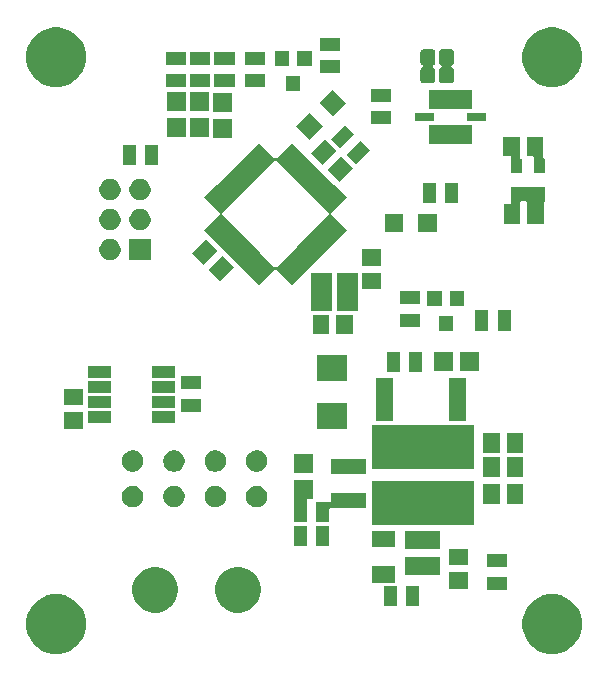
<source format=gts>
G04 #@! TF.GenerationSoftware,KiCad,Pcbnew,5.0.1-33cea8e~68~ubuntu18.04.1*
G04 #@! TF.CreationDate,2019-04-25T19:51:38-04:00*
G04 #@! TF.ProjectId,IMU,494D552E6B696361645F706362000000,rev?*
G04 #@! TF.SameCoordinates,Original*
G04 #@! TF.FileFunction,Soldermask,Top*
G04 #@! TF.FilePolarity,Negative*
%FSLAX46Y46*%
G04 Gerber Fmt 4.6, Leading zero omitted, Abs format (unit mm)*
G04 Created by KiCad (PCBNEW 5.0.1-33cea8e~68~ubuntu18.04.1) date Thu 25 Apr 2019 07:51:38 PM EDT*
%MOMM*%
%LPD*%
G01*
G04 APERTURE LIST*
%ADD10C,2.000000*%
G04 APERTURE END LIST*
D10*
G36*
X162736250Y-120572899D02*
X162736252Y-120572900D01*
X162736253Y-120572900D01*
X163195610Y-120763172D01*
X163609023Y-121039406D01*
X163960594Y-121390977D01*
X164236828Y-121804390D01*
X164427101Y-122263750D01*
X164524100Y-122751396D01*
X164524100Y-123248604D01*
X164427101Y-123736250D01*
X164236828Y-124195610D01*
X163960594Y-124609023D01*
X163609023Y-124960594D01*
X163609020Y-124960596D01*
X163195610Y-125236828D01*
X162736253Y-125427100D01*
X162736252Y-125427100D01*
X162736250Y-125427101D01*
X162248604Y-125524100D01*
X161751396Y-125524100D01*
X161263750Y-125427101D01*
X161263748Y-125427100D01*
X161263747Y-125427100D01*
X160804390Y-125236828D01*
X160390980Y-124960596D01*
X160390977Y-124960594D01*
X160039406Y-124609023D01*
X159763172Y-124195610D01*
X159572899Y-123736250D01*
X159475900Y-123248604D01*
X159475900Y-122751396D01*
X159572899Y-122263750D01*
X159763172Y-121804390D01*
X160039406Y-121390977D01*
X160390977Y-121039406D01*
X160804390Y-120763172D01*
X161263747Y-120572900D01*
X161263748Y-120572900D01*
X161263750Y-120572899D01*
X161751396Y-120475900D01*
X162248604Y-120475900D01*
X162736250Y-120572899D01*
X162736250Y-120572899D01*
G37*
G36*
X120736250Y-120572899D02*
X120736252Y-120572900D01*
X120736253Y-120572900D01*
X121195610Y-120763172D01*
X121609023Y-121039406D01*
X121960594Y-121390977D01*
X122236828Y-121804390D01*
X122427101Y-122263750D01*
X122524100Y-122751396D01*
X122524100Y-123248604D01*
X122427101Y-123736250D01*
X122236828Y-124195610D01*
X121960594Y-124609023D01*
X121609023Y-124960594D01*
X121609020Y-124960596D01*
X121195610Y-125236828D01*
X120736253Y-125427100D01*
X120736252Y-125427100D01*
X120736250Y-125427101D01*
X120248604Y-125524100D01*
X119751396Y-125524100D01*
X119263750Y-125427101D01*
X119263748Y-125427100D01*
X119263747Y-125427100D01*
X118804390Y-125236828D01*
X118390980Y-124960596D01*
X118390977Y-124960594D01*
X118039406Y-124609023D01*
X117763172Y-124195610D01*
X117572899Y-123736250D01*
X117475900Y-123248604D01*
X117475900Y-122751396D01*
X117572899Y-122263750D01*
X117763172Y-121804390D01*
X118039406Y-121390977D01*
X118390977Y-121039406D01*
X118804390Y-120763172D01*
X119263747Y-120572900D01*
X119263748Y-120572900D01*
X119263750Y-120572899D01*
X119751396Y-120475900D01*
X120248604Y-120475900D01*
X120736250Y-120572899D01*
X120736250Y-120572899D01*
G37*
G36*
X128947819Y-118246976D02*
X128947821Y-118246977D01*
X128947822Y-118246977D01*
X129298149Y-118392087D01*
X129298150Y-118392088D01*
X129613439Y-118602757D01*
X129881563Y-118870881D01*
X129881565Y-118870884D01*
X130092233Y-119186171D01*
X130237343Y-119536498D01*
X130237344Y-119536501D01*
X130311320Y-119908403D01*
X130311320Y-120287597D01*
X130254570Y-120572900D01*
X130237343Y-120659502D01*
X130092233Y-121009829D01*
X130072470Y-121039406D01*
X129881563Y-121325119D01*
X129613439Y-121593243D01*
X129613436Y-121593245D01*
X129298149Y-121803913D01*
X128947822Y-121949023D01*
X128947821Y-121949023D01*
X128947819Y-121949024D01*
X128575917Y-122023000D01*
X128196723Y-122023000D01*
X127824821Y-121949024D01*
X127824819Y-121949023D01*
X127824818Y-121949023D01*
X127474491Y-121803913D01*
X127159204Y-121593245D01*
X127159201Y-121593243D01*
X126891077Y-121325119D01*
X126700170Y-121039406D01*
X126680407Y-121009829D01*
X126535297Y-120659502D01*
X126518071Y-120572900D01*
X126461320Y-120287597D01*
X126461320Y-119908403D01*
X126535296Y-119536501D01*
X126535297Y-119536498D01*
X126680407Y-119186171D01*
X126891075Y-118870884D01*
X126891077Y-118870881D01*
X127159201Y-118602757D01*
X127474490Y-118392088D01*
X127474491Y-118392087D01*
X127824818Y-118246977D01*
X127824819Y-118246977D01*
X127824821Y-118246976D01*
X128196723Y-118173000D01*
X128575917Y-118173000D01*
X128947819Y-118246976D01*
X128947819Y-118246976D01*
G37*
G36*
X135947819Y-118246976D02*
X135947821Y-118246977D01*
X135947822Y-118246977D01*
X136298149Y-118392087D01*
X136298150Y-118392088D01*
X136613439Y-118602757D01*
X136881563Y-118870881D01*
X136881565Y-118870884D01*
X137092233Y-119186171D01*
X137237343Y-119536498D01*
X137237344Y-119536501D01*
X137311320Y-119908403D01*
X137311320Y-120287597D01*
X137254570Y-120572900D01*
X137237343Y-120659502D01*
X137092233Y-121009829D01*
X137072470Y-121039406D01*
X136881563Y-121325119D01*
X136613439Y-121593243D01*
X136613436Y-121593245D01*
X136298149Y-121803913D01*
X135947822Y-121949023D01*
X135947821Y-121949023D01*
X135947819Y-121949024D01*
X135575917Y-122023000D01*
X135196723Y-122023000D01*
X134824821Y-121949024D01*
X134824819Y-121949023D01*
X134824818Y-121949023D01*
X134474491Y-121803913D01*
X134159204Y-121593245D01*
X134159201Y-121593243D01*
X133891077Y-121325119D01*
X133700170Y-121039406D01*
X133680407Y-121009829D01*
X133535297Y-120659502D01*
X133518071Y-120572900D01*
X133461320Y-120287597D01*
X133461320Y-119908403D01*
X133535296Y-119536501D01*
X133535297Y-119536498D01*
X133680407Y-119186171D01*
X133891075Y-118870884D01*
X133891077Y-118870881D01*
X134159201Y-118602757D01*
X134474490Y-118392088D01*
X134474491Y-118392087D01*
X134824818Y-118246977D01*
X134824819Y-118246977D01*
X134824821Y-118246976D01*
X135196723Y-118173000D01*
X135575917Y-118173000D01*
X135947819Y-118246976D01*
X135947819Y-118246976D01*
G37*
G36*
X150729880Y-121455840D02*
X149629880Y-121455840D01*
X149629880Y-119755840D01*
X150729880Y-119755840D01*
X150729880Y-121455840D01*
X150729880Y-121455840D01*
G37*
G36*
X148829880Y-121455840D02*
X147729880Y-121455840D01*
X147729880Y-119755840D01*
X148829880Y-119755840D01*
X148829880Y-121455840D01*
X148829880Y-121455840D01*
G37*
G36*
X158207880Y-120073840D02*
X156507880Y-120073840D01*
X156507880Y-118973840D01*
X158207880Y-118973840D01*
X158207880Y-120073840D01*
X158207880Y-120073840D01*
G37*
G36*
X154880880Y-120019840D02*
X153230880Y-120019840D01*
X153230880Y-118619840D01*
X154880880Y-118619840D01*
X154880880Y-120019840D01*
X154880880Y-120019840D01*
G37*
G36*
X148705880Y-119503840D02*
X146705880Y-119503840D01*
X146705880Y-118103840D01*
X148705880Y-118103840D01*
X148705880Y-119503840D01*
X148705880Y-119503840D01*
G37*
G36*
X152520980Y-118816340D02*
X149570980Y-118816340D01*
X149570980Y-117356340D01*
X152520980Y-117356340D01*
X152520980Y-118816340D01*
X152520980Y-118816340D01*
G37*
G36*
X158207880Y-118173840D02*
X156507880Y-118173840D01*
X156507880Y-117073840D01*
X158207880Y-117073840D01*
X158207880Y-118173840D01*
X158207880Y-118173840D01*
G37*
G36*
X154880880Y-118019840D02*
X153230880Y-118019840D01*
X153230880Y-116619840D01*
X154880880Y-116619840D01*
X154880880Y-118019840D01*
X154880880Y-118019840D01*
G37*
G36*
X152520980Y-116616340D02*
X149570980Y-116616340D01*
X149570980Y-115156340D01*
X152520980Y-115156340D01*
X152520980Y-116616340D01*
X152520980Y-116616340D01*
G37*
G36*
X148705880Y-116503840D02*
X146705880Y-116503840D01*
X146705880Y-115103840D01*
X148705880Y-115103840D01*
X148705880Y-116503840D01*
X148705880Y-116503840D01*
G37*
G36*
X141209880Y-116375840D02*
X140109880Y-116375840D01*
X140109880Y-114675840D01*
X141209880Y-114675840D01*
X141209880Y-116375840D01*
X141209880Y-116375840D01*
G37*
G36*
X143109880Y-116375840D02*
X142009880Y-116375840D01*
X142009880Y-114675840D01*
X143109880Y-114675840D01*
X143109880Y-116375840D01*
X143109880Y-116375840D01*
G37*
G36*
X155371380Y-114582340D02*
X146771380Y-114582340D01*
X146771380Y-110882340D01*
X155371380Y-110882340D01*
X155371380Y-114582340D01*
X155371380Y-114582340D01*
G37*
G36*
X146215380Y-113186340D02*
X143234880Y-113186340D01*
X143210494Y-113188742D01*
X143187045Y-113195855D01*
X143165434Y-113207406D01*
X143146492Y-113222952D01*
X143130946Y-113241894D01*
X143119395Y-113263505D01*
X143112282Y-113286954D01*
X143109880Y-113311340D01*
X143109880Y-114343840D01*
X142009880Y-114343840D01*
X142009880Y-112643840D01*
X143190380Y-112643840D01*
X143214766Y-112641438D01*
X143238215Y-112634325D01*
X143259826Y-112622774D01*
X143278768Y-112607228D01*
X143294314Y-112588286D01*
X143305865Y-112566675D01*
X143312978Y-112543226D01*
X143315380Y-112518840D01*
X143315380Y-111886340D01*
X146215380Y-111886340D01*
X146215380Y-113186340D01*
X146215380Y-113186340D01*
G37*
G36*
X141709040Y-112423200D02*
X141334880Y-112423200D01*
X141310494Y-112425602D01*
X141287045Y-112432715D01*
X141265434Y-112444266D01*
X141246492Y-112459812D01*
X141230946Y-112478754D01*
X141219395Y-112500365D01*
X141212282Y-112523814D01*
X141209880Y-112548200D01*
X141209880Y-114343840D01*
X140109880Y-114343840D01*
X140109880Y-112548200D01*
X140109040Y-112539672D01*
X140109040Y-110823200D01*
X141709040Y-110823200D01*
X141709040Y-112423200D01*
X141709040Y-112423200D01*
G37*
G36*
X126741754Y-111312970D02*
X126741756Y-111312971D01*
X126741757Y-111312971D01*
X126907367Y-111381569D01*
X127056414Y-111481159D01*
X127183161Y-111607906D01*
X127282751Y-111756953D01*
X127351350Y-111922566D01*
X127386320Y-112098371D01*
X127386320Y-112277629D01*
X127351350Y-112453434D01*
X127282751Y-112619047D01*
X127183161Y-112768094D01*
X127056414Y-112894841D01*
X127056411Y-112894843D01*
X126907367Y-112994431D01*
X126741757Y-113063029D01*
X126741756Y-113063029D01*
X126741754Y-113063030D01*
X126565949Y-113098000D01*
X126386691Y-113098000D01*
X126210886Y-113063030D01*
X126210884Y-113063029D01*
X126210883Y-113063029D01*
X126045273Y-112994431D01*
X125896229Y-112894843D01*
X125896226Y-112894841D01*
X125769479Y-112768094D01*
X125669889Y-112619047D01*
X125601290Y-112453434D01*
X125566320Y-112277629D01*
X125566320Y-112098371D01*
X125601290Y-111922566D01*
X125669889Y-111756953D01*
X125769479Y-111607906D01*
X125896226Y-111481159D01*
X126045273Y-111381569D01*
X126210883Y-111312971D01*
X126210884Y-111312971D01*
X126210886Y-111312970D01*
X126386691Y-111278000D01*
X126565949Y-111278000D01*
X126741754Y-111312970D01*
X126741754Y-111312970D01*
G37*
G36*
X137241754Y-111312970D02*
X137241756Y-111312971D01*
X137241757Y-111312971D01*
X137407367Y-111381569D01*
X137556414Y-111481159D01*
X137683161Y-111607906D01*
X137782751Y-111756953D01*
X137851350Y-111922566D01*
X137886320Y-112098371D01*
X137886320Y-112277629D01*
X137851350Y-112453434D01*
X137782751Y-112619047D01*
X137683161Y-112768094D01*
X137556414Y-112894841D01*
X137556411Y-112894843D01*
X137407367Y-112994431D01*
X137241757Y-113063029D01*
X137241756Y-113063029D01*
X137241754Y-113063030D01*
X137065949Y-113098000D01*
X136886691Y-113098000D01*
X136710886Y-113063030D01*
X136710884Y-113063029D01*
X136710883Y-113063029D01*
X136545273Y-112994431D01*
X136396229Y-112894843D01*
X136396226Y-112894841D01*
X136269479Y-112768094D01*
X136169889Y-112619047D01*
X136101290Y-112453434D01*
X136066320Y-112277629D01*
X136066320Y-112098371D01*
X136101290Y-111922566D01*
X136169889Y-111756953D01*
X136269479Y-111607906D01*
X136396226Y-111481159D01*
X136545273Y-111381569D01*
X136710883Y-111312971D01*
X136710884Y-111312971D01*
X136710886Y-111312970D01*
X136886691Y-111278000D01*
X137065949Y-111278000D01*
X137241754Y-111312970D01*
X137241754Y-111312970D01*
G37*
G36*
X130241754Y-111312970D02*
X130241756Y-111312971D01*
X130241757Y-111312971D01*
X130407367Y-111381569D01*
X130556414Y-111481159D01*
X130683161Y-111607906D01*
X130782751Y-111756953D01*
X130851350Y-111922566D01*
X130886320Y-112098371D01*
X130886320Y-112277629D01*
X130851350Y-112453434D01*
X130782751Y-112619047D01*
X130683161Y-112768094D01*
X130556414Y-112894841D01*
X130556411Y-112894843D01*
X130407367Y-112994431D01*
X130241757Y-113063029D01*
X130241756Y-113063029D01*
X130241754Y-113063030D01*
X130065949Y-113098000D01*
X129886691Y-113098000D01*
X129710886Y-113063030D01*
X129710884Y-113063029D01*
X129710883Y-113063029D01*
X129545273Y-112994431D01*
X129396229Y-112894843D01*
X129396226Y-112894841D01*
X129269479Y-112768094D01*
X129169889Y-112619047D01*
X129101290Y-112453434D01*
X129066320Y-112277629D01*
X129066320Y-112098371D01*
X129101290Y-111922566D01*
X129169889Y-111756953D01*
X129269479Y-111607906D01*
X129396226Y-111481159D01*
X129545273Y-111381569D01*
X129710883Y-111312971D01*
X129710884Y-111312971D01*
X129710886Y-111312970D01*
X129886691Y-111278000D01*
X130065949Y-111278000D01*
X130241754Y-111312970D01*
X130241754Y-111312970D01*
G37*
G36*
X133741754Y-111312970D02*
X133741756Y-111312971D01*
X133741757Y-111312971D01*
X133907367Y-111381569D01*
X134056414Y-111481159D01*
X134183161Y-111607906D01*
X134282751Y-111756953D01*
X134351350Y-111922566D01*
X134386320Y-112098371D01*
X134386320Y-112277629D01*
X134351350Y-112453434D01*
X134282751Y-112619047D01*
X134183161Y-112768094D01*
X134056414Y-112894841D01*
X134056411Y-112894843D01*
X133907367Y-112994431D01*
X133741757Y-113063029D01*
X133741756Y-113063029D01*
X133741754Y-113063030D01*
X133565949Y-113098000D01*
X133386691Y-113098000D01*
X133210886Y-113063030D01*
X133210884Y-113063029D01*
X133210883Y-113063029D01*
X133045273Y-112994431D01*
X132896229Y-112894843D01*
X132896226Y-112894841D01*
X132769479Y-112768094D01*
X132669889Y-112619047D01*
X132601290Y-112453434D01*
X132566320Y-112277629D01*
X132566320Y-112098371D01*
X132601290Y-111922566D01*
X132669889Y-111756953D01*
X132769479Y-111607906D01*
X132896226Y-111481159D01*
X133045273Y-111381569D01*
X133210883Y-111312971D01*
X133210884Y-111312971D01*
X133210886Y-111312970D01*
X133386691Y-111278000D01*
X133565949Y-111278000D01*
X133741754Y-111312970D01*
X133741754Y-111312970D01*
G37*
G36*
X159565880Y-112794840D02*
X158165880Y-112794840D01*
X158165880Y-111144840D01*
X159565880Y-111144840D01*
X159565880Y-112794840D01*
X159565880Y-112794840D01*
G37*
G36*
X157565880Y-112794840D02*
X156165880Y-112794840D01*
X156165880Y-111144840D01*
X157565880Y-111144840D01*
X157565880Y-112794840D01*
X157565880Y-112794840D01*
G37*
G36*
X159565880Y-110508840D02*
X158165880Y-110508840D01*
X158165880Y-108858840D01*
X159565880Y-108858840D01*
X159565880Y-110508840D01*
X159565880Y-110508840D01*
G37*
G36*
X157565880Y-110508840D02*
X156165880Y-110508840D01*
X156165880Y-108858840D01*
X157565880Y-108858840D01*
X157565880Y-110508840D01*
X157565880Y-110508840D01*
G37*
G36*
X146215380Y-110286340D02*
X143315380Y-110286340D01*
X143315380Y-108986340D01*
X146215380Y-108986340D01*
X146215380Y-110286340D01*
X146215380Y-110286340D01*
G37*
G36*
X141709040Y-110223200D02*
X140109040Y-110223200D01*
X140109040Y-108623200D01*
X141709040Y-108623200D01*
X141709040Y-110223200D01*
X141709040Y-110223200D01*
G37*
G36*
X137241754Y-108312970D02*
X137241756Y-108312971D01*
X137241757Y-108312971D01*
X137407367Y-108381569D01*
X137556414Y-108481159D01*
X137683161Y-108607906D01*
X137782751Y-108756953D01*
X137851350Y-108922566D01*
X137886320Y-109098371D01*
X137886320Y-109277629D01*
X137851350Y-109453434D01*
X137782751Y-109619047D01*
X137683161Y-109768094D01*
X137556414Y-109894841D01*
X137556411Y-109894843D01*
X137407367Y-109994431D01*
X137241757Y-110063029D01*
X137241756Y-110063029D01*
X137241754Y-110063030D01*
X137065949Y-110098000D01*
X136886691Y-110098000D01*
X136710886Y-110063030D01*
X136710884Y-110063029D01*
X136710883Y-110063029D01*
X136545273Y-109994431D01*
X136396229Y-109894843D01*
X136396226Y-109894841D01*
X136269479Y-109768094D01*
X136169889Y-109619047D01*
X136101290Y-109453434D01*
X136066320Y-109277629D01*
X136066320Y-109098371D01*
X136101290Y-108922566D01*
X136169889Y-108756953D01*
X136269479Y-108607906D01*
X136396226Y-108481159D01*
X136545273Y-108381569D01*
X136710883Y-108312971D01*
X136710884Y-108312971D01*
X136710886Y-108312970D01*
X136886691Y-108278000D01*
X137065949Y-108278000D01*
X137241754Y-108312970D01*
X137241754Y-108312970D01*
G37*
G36*
X126741754Y-108312970D02*
X126741756Y-108312971D01*
X126741757Y-108312971D01*
X126907367Y-108381569D01*
X127056414Y-108481159D01*
X127183161Y-108607906D01*
X127282751Y-108756953D01*
X127351350Y-108922566D01*
X127386320Y-109098371D01*
X127386320Y-109277629D01*
X127351350Y-109453434D01*
X127282751Y-109619047D01*
X127183161Y-109768094D01*
X127056414Y-109894841D01*
X127056411Y-109894843D01*
X126907367Y-109994431D01*
X126741757Y-110063029D01*
X126741756Y-110063029D01*
X126741754Y-110063030D01*
X126565949Y-110098000D01*
X126386691Y-110098000D01*
X126210886Y-110063030D01*
X126210884Y-110063029D01*
X126210883Y-110063029D01*
X126045273Y-109994431D01*
X125896229Y-109894843D01*
X125896226Y-109894841D01*
X125769479Y-109768094D01*
X125669889Y-109619047D01*
X125601290Y-109453434D01*
X125566320Y-109277629D01*
X125566320Y-109098371D01*
X125601290Y-108922566D01*
X125669889Y-108756953D01*
X125769479Y-108607906D01*
X125896226Y-108481159D01*
X126045273Y-108381569D01*
X126210883Y-108312971D01*
X126210884Y-108312971D01*
X126210886Y-108312970D01*
X126386691Y-108278000D01*
X126565949Y-108278000D01*
X126741754Y-108312970D01*
X126741754Y-108312970D01*
G37*
G36*
X130241754Y-108312970D02*
X130241756Y-108312971D01*
X130241757Y-108312971D01*
X130407367Y-108381569D01*
X130556414Y-108481159D01*
X130683161Y-108607906D01*
X130782751Y-108756953D01*
X130851350Y-108922566D01*
X130886320Y-109098371D01*
X130886320Y-109277629D01*
X130851350Y-109453434D01*
X130782751Y-109619047D01*
X130683161Y-109768094D01*
X130556414Y-109894841D01*
X130556411Y-109894843D01*
X130407367Y-109994431D01*
X130241757Y-110063029D01*
X130241756Y-110063029D01*
X130241754Y-110063030D01*
X130065949Y-110098000D01*
X129886691Y-110098000D01*
X129710886Y-110063030D01*
X129710884Y-110063029D01*
X129710883Y-110063029D01*
X129545273Y-109994431D01*
X129396229Y-109894843D01*
X129396226Y-109894841D01*
X129269479Y-109768094D01*
X129169889Y-109619047D01*
X129101290Y-109453434D01*
X129066320Y-109277629D01*
X129066320Y-109098371D01*
X129101290Y-108922566D01*
X129169889Y-108756953D01*
X129269479Y-108607906D01*
X129396226Y-108481159D01*
X129545273Y-108381569D01*
X129710883Y-108312971D01*
X129710884Y-108312971D01*
X129710886Y-108312970D01*
X129886691Y-108278000D01*
X130065949Y-108278000D01*
X130241754Y-108312970D01*
X130241754Y-108312970D01*
G37*
G36*
X133741754Y-108312970D02*
X133741756Y-108312971D01*
X133741757Y-108312971D01*
X133907367Y-108381569D01*
X134056414Y-108481159D01*
X134183161Y-108607906D01*
X134282751Y-108756953D01*
X134351350Y-108922566D01*
X134386320Y-109098371D01*
X134386320Y-109277629D01*
X134351350Y-109453434D01*
X134282751Y-109619047D01*
X134183161Y-109768094D01*
X134056414Y-109894841D01*
X134056411Y-109894843D01*
X133907367Y-109994431D01*
X133741757Y-110063029D01*
X133741756Y-110063029D01*
X133741754Y-110063030D01*
X133565949Y-110098000D01*
X133386691Y-110098000D01*
X133210886Y-110063030D01*
X133210884Y-110063029D01*
X133210883Y-110063029D01*
X133045273Y-109994431D01*
X132896229Y-109894843D01*
X132896226Y-109894841D01*
X132769479Y-109768094D01*
X132669889Y-109619047D01*
X132601290Y-109453434D01*
X132566320Y-109277629D01*
X132566320Y-109098371D01*
X132601290Y-108922566D01*
X132669889Y-108756953D01*
X132769479Y-108607906D01*
X132896226Y-108481159D01*
X133045273Y-108381569D01*
X133210883Y-108312971D01*
X133210884Y-108312971D01*
X133210886Y-108312970D01*
X133386691Y-108278000D01*
X133565949Y-108278000D01*
X133741754Y-108312970D01*
X133741754Y-108312970D01*
G37*
G36*
X155371380Y-109882340D02*
X146771380Y-109882340D01*
X146771380Y-106182340D01*
X155371380Y-106182340D01*
X155371380Y-109882340D01*
X155371380Y-109882340D01*
G37*
G36*
X159565880Y-108476840D02*
X158165880Y-108476840D01*
X158165880Y-106826840D01*
X159565880Y-106826840D01*
X159565880Y-108476840D01*
X159565880Y-108476840D01*
G37*
G36*
X157565880Y-108476840D02*
X156165880Y-108476840D01*
X156165880Y-106826840D01*
X157565880Y-106826840D01*
X157565880Y-108476840D01*
X157565880Y-108476840D01*
G37*
G36*
X122313200Y-106469920D02*
X120663200Y-106469920D01*
X120663200Y-105069920D01*
X122313200Y-105069920D01*
X122313200Y-106469920D01*
X122313200Y-106469920D01*
G37*
G36*
X144667380Y-106454840D02*
X142108380Y-106454840D01*
X142108380Y-104276840D01*
X144667380Y-104276840D01*
X144667380Y-106454840D01*
X144667380Y-106454840D01*
G37*
G36*
X130080640Y-105991280D02*
X128130640Y-105991280D01*
X128130640Y-104991280D01*
X130080640Y-104991280D01*
X130080640Y-105991280D01*
X130080640Y-105991280D01*
G37*
G36*
X124680640Y-105991280D02*
X122730640Y-105991280D01*
X122730640Y-104991280D01*
X124680640Y-104991280D01*
X124680640Y-105991280D01*
X124680640Y-105991280D01*
G37*
G36*
X154680880Y-105768840D02*
X153280880Y-105768840D01*
X153280880Y-102168840D01*
X154680880Y-102168840D01*
X154680880Y-105768840D01*
X154680880Y-105768840D01*
G37*
G36*
X148480880Y-105768840D02*
X147080880Y-105768840D01*
X147080880Y-102168840D01*
X148480880Y-102168840D01*
X148480880Y-105768840D01*
X148480880Y-105768840D01*
G37*
G36*
X132264520Y-105010080D02*
X130564520Y-105010080D01*
X130564520Y-103910080D01*
X132264520Y-103910080D01*
X132264520Y-105010080D01*
X132264520Y-105010080D01*
G37*
G36*
X130080640Y-104721280D02*
X128130640Y-104721280D01*
X128130640Y-103721280D01*
X130080640Y-103721280D01*
X130080640Y-104721280D01*
X130080640Y-104721280D01*
G37*
G36*
X124680640Y-104721280D02*
X122730640Y-104721280D01*
X122730640Y-103721280D01*
X124680640Y-103721280D01*
X124680640Y-104721280D01*
X124680640Y-104721280D01*
G37*
G36*
X122313200Y-104469920D02*
X120663200Y-104469920D01*
X120663200Y-103069920D01*
X122313200Y-103069920D01*
X122313200Y-104469920D01*
X122313200Y-104469920D01*
G37*
G36*
X130080640Y-103451280D02*
X128130640Y-103451280D01*
X128130640Y-102451280D01*
X130080640Y-102451280D01*
X130080640Y-103451280D01*
X130080640Y-103451280D01*
G37*
G36*
X124680640Y-103451280D02*
X122730640Y-103451280D01*
X122730640Y-102451280D01*
X124680640Y-102451280D01*
X124680640Y-103451280D01*
X124680640Y-103451280D01*
G37*
G36*
X132264520Y-103110080D02*
X130564520Y-103110080D01*
X130564520Y-102010080D01*
X132264520Y-102010080D01*
X132264520Y-103110080D01*
X132264520Y-103110080D01*
G37*
G36*
X144667380Y-102390840D02*
X142108380Y-102390840D01*
X142108380Y-100212840D01*
X144667380Y-100212840D01*
X144667380Y-102390840D01*
X144667380Y-102390840D01*
G37*
G36*
X124680640Y-102181280D02*
X122730640Y-102181280D01*
X122730640Y-101181280D01*
X124680640Y-101181280D01*
X124680640Y-102181280D01*
X124680640Y-102181280D01*
G37*
G36*
X130080640Y-102181280D02*
X128130640Y-102181280D01*
X128130640Y-101181280D01*
X130080640Y-101181280D01*
X130080640Y-102181280D01*
X130080640Y-102181280D01*
G37*
G36*
X149083880Y-101643840D02*
X147983880Y-101643840D01*
X147983880Y-99943840D01*
X149083880Y-99943840D01*
X149083880Y-101643840D01*
X149083880Y-101643840D01*
G37*
G36*
X150983880Y-101643840D02*
X149883880Y-101643840D01*
X149883880Y-99943840D01*
X150983880Y-99943840D01*
X150983880Y-101643840D01*
X150983880Y-101643840D01*
G37*
G36*
X155785880Y-101593840D02*
X154185880Y-101593840D01*
X154185880Y-99993840D01*
X155785880Y-99993840D01*
X155785880Y-101593840D01*
X155785880Y-101593840D01*
G37*
G36*
X153585880Y-101593840D02*
X151985880Y-101593840D01*
X151985880Y-99993840D01*
X153585880Y-99993840D01*
X153585880Y-101593840D01*
X153585880Y-101593840D01*
G37*
G36*
X143128720Y-98457520D02*
X141728720Y-98457520D01*
X141728720Y-96807520D01*
X143128720Y-96807520D01*
X143128720Y-98457520D01*
X143128720Y-98457520D01*
G37*
G36*
X145128720Y-98457520D02*
X143728720Y-98457520D01*
X143728720Y-96807520D01*
X145128720Y-96807520D01*
X145128720Y-98457520D01*
X145128720Y-98457520D01*
G37*
G36*
X153582277Y-98173018D02*
X152382277Y-98173018D01*
X152382277Y-96873018D01*
X153582277Y-96873018D01*
X153582277Y-98173018D01*
X153582277Y-98173018D01*
G37*
G36*
X158492320Y-98147240D02*
X157392320Y-98147240D01*
X157392320Y-96447240D01*
X158492320Y-96447240D01*
X158492320Y-98147240D01*
X158492320Y-98147240D01*
G37*
G36*
X156592320Y-98147240D02*
X155492320Y-98147240D01*
X155492320Y-96447240D01*
X156592320Y-96447240D01*
X156592320Y-98147240D01*
X156592320Y-98147240D01*
G37*
G36*
X150806520Y-97837160D02*
X149106520Y-97837160D01*
X149106520Y-96737160D01*
X150806520Y-96737160D01*
X150806520Y-97837160D01*
X150806520Y-97837160D01*
G37*
G36*
X145581120Y-96504560D02*
X143781120Y-96504560D01*
X143781120Y-93304560D01*
X145581120Y-93304560D01*
X145581120Y-96504560D01*
X145581120Y-96504560D01*
G37*
G36*
X143381120Y-96504560D02*
X141581120Y-96504560D01*
X141581120Y-93304560D01*
X143381120Y-93304560D01*
X143381120Y-96504560D01*
X143381120Y-96504560D01*
G37*
G36*
X154532277Y-96073018D02*
X153332277Y-96073018D01*
X153332277Y-94773018D01*
X154532277Y-94773018D01*
X154532277Y-96073018D01*
X154532277Y-96073018D01*
G37*
G36*
X152632277Y-96073018D02*
X151432277Y-96073018D01*
X151432277Y-94773018D01*
X152632277Y-94773018D01*
X152632277Y-96073018D01*
X152632277Y-96073018D01*
G37*
G36*
X150806520Y-95937160D02*
X149106520Y-95937160D01*
X149106520Y-94837160D01*
X150806520Y-94837160D01*
X150806520Y-95937160D01*
X150806520Y-95937160D01*
G37*
G36*
X147510000Y-94638600D02*
X145860000Y-94638600D01*
X145860000Y-93238600D01*
X147510000Y-93238600D01*
X147510000Y-94638600D01*
X147510000Y-94638600D01*
G37*
G36*
X140734528Y-82994899D02*
X140734533Y-82994905D01*
X141017376Y-83277748D01*
X141017382Y-83277753D01*
X143562955Y-85823326D01*
X143562960Y-85823332D01*
X143845803Y-86106175D01*
X143845809Y-86106180D01*
X144605943Y-86866314D01*
X143297795Y-88174462D01*
X143282249Y-88193404D01*
X143270698Y-88215015D01*
X143263585Y-88238464D01*
X143261183Y-88262850D01*
X143263585Y-88287236D01*
X143270698Y-88310685D01*
X143282249Y-88332296D01*
X143297795Y-88351238D01*
X144605943Y-89659386D01*
X139974393Y-94290936D01*
X138666245Y-92982788D01*
X138647303Y-92967242D01*
X138625692Y-92955691D01*
X138602243Y-92948578D01*
X138577857Y-92946176D01*
X138553471Y-92948578D01*
X138530022Y-92955691D01*
X138508411Y-92967242D01*
X138489469Y-92982788D01*
X137181321Y-94290936D01*
X136421187Y-93530802D01*
X136421182Y-93530796D01*
X136138339Y-93247953D01*
X136138333Y-93247948D01*
X133592760Y-90702375D01*
X133592755Y-90702369D01*
X133309912Y-90419526D01*
X133309906Y-90419521D01*
X132549771Y-89659386D01*
X133857919Y-88351238D01*
X133873465Y-88332296D01*
X133885016Y-88310685D01*
X133892129Y-88287236D01*
X133894531Y-88262850D01*
X134033439Y-88262850D01*
X134035841Y-88287236D01*
X134042954Y-88310685D01*
X134054505Y-88332296D01*
X134070051Y-88351238D01*
X134441283Y-88722470D01*
X134441289Y-88722475D01*
X135289806Y-89570992D01*
X135289811Y-89570998D01*
X137269710Y-91550897D01*
X137269716Y-91550902D01*
X138118233Y-92399419D01*
X138118238Y-92399425D01*
X138489469Y-92770656D01*
X138508411Y-92786202D01*
X138530022Y-92797753D01*
X138553471Y-92804866D01*
X138577857Y-92807268D01*
X138602243Y-92804866D01*
X138625692Y-92797753D01*
X138647303Y-92786202D01*
X138666245Y-92770656D01*
X139037482Y-92399419D01*
X139037486Y-92399414D01*
X139885994Y-91550906D01*
X139886000Y-91550902D01*
X140363302Y-91073599D01*
X141865909Y-89570992D01*
X141865913Y-89570987D01*
X142714421Y-88722479D01*
X142714427Y-88722474D01*
X143085663Y-88351238D01*
X143101209Y-88332296D01*
X143112760Y-88310685D01*
X143119873Y-88287236D01*
X143122275Y-88262850D01*
X143119873Y-88238464D01*
X143112760Y-88215014D01*
X143101209Y-88193404D01*
X143085663Y-88174462D01*
X142714432Y-87803231D01*
X142714426Y-87803226D01*
X141865909Y-86954709D01*
X141865904Y-86954703D01*
X139886005Y-84974804D01*
X139885999Y-84974799D01*
X139037482Y-84126282D01*
X139037477Y-84126276D01*
X138666245Y-83755044D01*
X138647303Y-83739498D01*
X138625692Y-83727947D01*
X138602243Y-83720834D01*
X138577857Y-83718432D01*
X138553471Y-83720834D01*
X138530022Y-83727947D01*
X138508411Y-83739498D01*
X138489469Y-83755044D01*
X138118238Y-84126276D01*
X137269710Y-84974804D01*
X136898479Y-85346034D01*
X135572653Y-86671860D01*
X135289811Y-86954703D01*
X134441283Y-87803231D01*
X134070051Y-88174462D01*
X134054505Y-88193404D01*
X134042954Y-88215015D01*
X134035841Y-88238464D01*
X134033439Y-88262850D01*
X133894531Y-88262850D01*
X133892129Y-88238464D01*
X133885016Y-88215015D01*
X133873465Y-88193404D01*
X133857919Y-88174462D01*
X132549771Y-86866314D01*
X133309901Y-86106184D01*
X133309906Y-86106180D01*
X133592760Y-85823326D01*
X133592764Y-85823321D01*
X136138328Y-83277757D01*
X136138334Y-83277752D01*
X136421187Y-82994899D01*
X136421191Y-82994894D01*
X137181321Y-82234764D01*
X138489469Y-83542912D01*
X138508411Y-83558458D01*
X138530022Y-83570009D01*
X138553471Y-83577122D01*
X138577857Y-83579524D01*
X138602243Y-83577122D01*
X138625692Y-83570009D01*
X138647303Y-83558458D01*
X138666245Y-83542912D01*
X139974393Y-82234764D01*
X140734528Y-82994899D01*
X140734528Y-82994899D01*
G37*
G36*
X135059246Y-92805479D02*
X133892519Y-93972206D01*
X132902568Y-92982255D01*
X134069295Y-91815528D01*
X135059246Y-92805479D01*
X135059246Y-92805479D01*
G37*
G36*
X147510000Y-92638600D02*
X145860000Y-92638600D01*
X145860000Y-91238600D01*
X147510000Y-91238600D01*
X147510000Y-92638600D01*
X147510000Y-92638600D01*
G37*
G36*
X133645032Y-91391265D02*
X132478305Y-92557992D01*
X131488354Y-91568041D01*
X132655081Y-90401314D01*
X133645032Y-91391265D01*
X133645032Y-91391265D01*
G37*
G36*
X128006680Y-92187600D02*
X126206680Y-92187600D01*
X126206680Y-90387600D01*
X128006680Y-90387600D01*
X128006680Y-92187600D01*
X128006680Y-92187600D01*
G37*
G36*
X124829201Y-90422186D02*
X124992989Y-90490029D01*
X125140400Y-90588526D01*
X125265754Y-90713880D01*
X125364251Y-90861291D01*
X125432094Y-91025079D01*
X125466680Y-91198956D01*
X125466680Y-91376244D01*
X125432094Y-91550121D01*
X125364251Y-91713909D01*
X125265754Y-91861320D01*
X125140400Y-91986674D01*
X124992989Y-92085171D01*
X124829201Y-92153014D01*
X124655324Y-92187600D01*
X124478036Y-92187600D01*
X124304159Y-92153014D01*
X124140371Y-92085171D01*
X123992960Y-91986674D01*
X123867606Y-91861320D01*
X123769109Y-91713909D01*
X123701266Y-91550121D01*
X123666680Y-91376244D01*
X123666680Y-91198956D01*
X123701266Y-91025079D01*
X123769109Y-90861291D01*
X123867606Y-90713880D01*
X123992960Y-90588526D01*
X124140371Y-90490029D01*
X124304159Y-90422186D01*
X124478036Y-90387600D01*
X124655324Y-90387600D01*
X124829201Y-90422186D01*
X124829201Y-90422186D01*
G37*
G36*
X149407320Y-89842240D02*
X147807320Y-89842240D01*
X147807320Y-88242240D01*
X149407320Y-88242240D01*
X149407320Y-89842240D01*
X149407320Y-89842240D01*
G37*
G36*
X152207320Y-89842240D02*
X150607320Y-89842240D01*
X150607320Y-88242240D01*
X152207320Y-88242240D01*
X152207320Y-89842240D01*
X152207320Y-89842240D01*
G37*
G36*
X127369201Y-87882186D02*
X127532989Y-87950029D01*
X127680400Y-88048526D01*
X127805754Y-88173880D01*
X127904251Y-88321291D01*
X127972094Y-88485079D01*
X128006680Y-88658956D01*
X128006680Y-88836244D01*
X127972094Y-89010121D01*
X127904251Y-89173909D01*
X127805754Y-89321320D01*
X127680400Y-89446674D01*
X127532989Y-89545171D01*
X127369201Y-89613014D01*
X127195324Y-89647600D01*
X127018036Y-89647600D01*
X126844159Y-89613014D01*
X126680371Y-89545171D01*
X126532960Y-89446674D01*
X126407606Y-89321320D01*
X126309109Y-89173909D01*
X126241266Y-89010121D01*
X126206680Y-88836244D01*
X126206680Y-88658956D01*
X126241266Y-88485079D01*
X126309109Y-88321291D01*
X126407606Y-88173880D01*
X126532960Y-88048526D01*
X126680371Y-87950029D01*
X126844159Y-87882186D01*
X127018036Y-87847600D01*
X127195324Y-87847600D01*
X127369201Y-87882186D01*
X127369201Y-87882186D01*
G37*
G36*
X124829201Y-87882186D02*
X124992989Y-87950029D01*
X125140400Y-88048526D01*
X125265754Y-88173880D01*
X125364251Y-88321291D01*
X125432094Y-88485079D01*
X125466680Y-88658956D01*
X125466680Y-88836244D01*
X125432094Y-89010121D01*
X125364251Y-89173909D01*
X125265754Y-89321320D01*
X125140400Y-89446674D01*
X124992989Y-89545171D01*
X124829201Y-89613014D01*
X124655324Y-89647600D01*
X124478036Y-89647600D01*
X124304159Y-89613014D01*
X124140371Y-89545171D01*
X123992960Y-89446674D01*
X123867606Y-89321320D01*
X123769109Y-89173909D01*
X123701266Y-89010121D01*
X123666680Y-88836244D01*
X123666680Y-88658956D01*
X123701266Y-88485079D01*
X123769109Y-88321291D01*
X123867606Y-88173880D01*
X123992960Y-88048526D01*
X124140371Y-87950029D01*
X124304159Y-87882186D01*
X124478036Y-87847600D01*
X124655324Y-87847600D01*
X124829201Y-87882186D01*
X124829201Y-87882186D01*
G37*
G36*
X161373940Y-87206301D02*
X161359585Y-87210655D01*
X161337974Y-87222206D01*
X161319032Y-87237752D01*
X161303486Y-87256694D01*
X161291935Y-87278305D01*
X161284822Y-87301754D01*
X161282420Y-87326140D01*
X161282420Y-89091260D01*
X159882420Y-89091260D01*
X159882420Y-87326140D01*
X159880018Y-87301754D01*
X159872905Y-87278305D01*
X159861354Y-87256694D01*
X159845808Y-87237752D01*
X159826866Y-87222206D01*
X159805255Y-87210655D01*
X159781806Y-87203542D01*
X159757420Y-87201140D01*
X159407420Y-87201140D01*
X159383034Y-87203542D01*
X159359585Y-87210655D01*
X159337974Y-87222206D01*
X159319032Y-87237752D01*
X159303486Y-87256694D01*
X159291935Y-87278305D01*
X159284822Y-87301754D01*
X159282420Y-87326140D01*
X159282420Y-89091260D01*
X157882420Y-89091260D01*
X157882420Y-87441260D01*
X158398940Y-87441260D01*
X158423326Y-87438858D01*
X158446775Y-87431745D01*
X158468386Y-87420194D01*
X158487328Y-87404648D01*
X158502874Y-87385706D01*
X158514425Y-87364095D01*
X158521538Y-87340646D01*
X158523940Y-87316260D01*
X158523940Y-86001140D01*
X161373940Y-86001140D01*
X161373940Y-87206301D01*
X161373940Y-87206301D01*
G37*
G36*
X154032080Y-87377640D02*
X152932080Y-87377640D01*
X152932080Y-85677640D01*
X154032080Y-85677640D01*
X154032080Y-87377640D01*
X154032080Y-87377640D01*
G37*
G36*
X152132080Y-87377640D02*
X151032080Y-87377640D01*
X151032080Y-85677640D01*
X152132080Y-85677640D01*
X152132080Y-87377640D01*
X152132080Y-87377640D01*
G37*
G36*
X127369201Y-85342186D02*
X127532989Y-85410029D01*
X127680400Y-85508526D01*
X127805754Y-85633880D01*
X127904251Y-85781291D01*
X127972094Y-85945079D01*
X128006680Y-86118956D01*
X128006680Y-86296244D01*
X127972094Y-86470121D01*
X127904251Y-86633909D01*
X127805754Y-86781320D01*
X127680400Y-86906674D01*
X127532989Y-87005171D01*
X127369201Y-87073014D01*
X127195324Y-87107600D01*
X127018036Y-87107600D01*
X126844159Y-87073014D01*
X126680371Y-87005171D01*
X126532960Y-86906674D01*
X126407606Y-86781320D01*
X126309109Y-86633909D01*
X126241266Y-86470121D01*
X126206680Y-86296244D01*
X126206680Y-86118956D01*
X126241266Y-85945079D01*
X126309109Y-85781291D01*
X126407606Y-85633880D01*
X126532960Y-85508526D01*
X126680371Y-85410029D01*
X126844159Y-85342186D01*
X127018036Y-85307600D01*
X127195324Y-85307600D01*
X127369201Y-85342186D01*
X127369201Y-85342186D01*
G37*
G36*
X124829201Y-85342186D02*
X124992989Y-85410029D01*
X125140400Y-85508526D01*
X125265754Y-85633880D01*
X125364251Y-85781291D01*
X125432094Y-85945079D01*
X125466680Y-86118956D01*
X125466680Y-86296244D01*
X125432094Y-86470121D01*
X125364251Y-86633909D01*
X125265754Y-86781320D01*
X125140400Y-86906674D01*
X124992989Y-87005171D01*
X124829201Y-87073014D01*
X124655324Y-87107600D01*
X124478036Y-87107600D01*
X124304159Y-87073014D01*
X124140371Y-87005171D01*
X123992960Y-86906674D01*
X123867606Y-86781320D01*
X123769109Y-86633909D01*
X123701266Y-86470121D01*
X123666680Y-86296244D01*
X123666680Y-86118956D01*
X123701266Y-85945079D01*
X123769109Y-85781291D01*
X123867606Y-85633880D01*
X123992960Y-85508526D01*
X124140371Y-85410029D01*
X124304159Y-85342186D01*
X124478036Y-85307600D01*
X124655324Y-85307600D01*
X124829201Y-85342186D01*
X124829201Y-85342186D01*
G37*
G36*
X145145446Y-84358719D02*
X143978719Y-85525446D01*
X142988768Y-84535495D01*
X144155495Y-83368768D01*
X145145446Y-84358719D01*
X145145446Y-84358719D01*
G37*
G36*
X159257020Y-83476140D02*
X159259422Y-83500526D01*
X159266535Y-83523975D01*
X159278086Y-83545586D01*
X159293632Y-83564528D01*
X159312574Y-83580074D01*
X159334185Y-83591625D01*
X159357634Y-83598738D01*
X159382020Y-83601140D01*
X159473940Y-83601140D01*
X159473940Y-84801140D01*
X158523940Y-84801140D01*
X158523940Y-83491100D01*
X158521538Y-83466714D01*
X158514425Y-83443265D01*
X158502874Y-83421654D01*
X158487328Y-83402712D01*
X158468386Y-83387166D01*
X158446775Y-83375615D01*
X158423326Y-83368502D01*
X158398940Y-83366100D01*
X157857020Y-83366100D01*
X157857020Y-81716100D01*
X159257020Y-81716100D01*
X159257020Y-83476140D01*
X159257020Y-83476140D01*
G37*
G36*
X161257020Y-83476140D02*
X161259422Y-83500526D01*
X161266535Y-83523975D01*
X161278086Y-83545586D01*
X161293632Y-83564528D01*
X161312574Y-83580074D01*
X161334185Y-83591625D01*
X161357634Y-83598738D01*
X161373940Y-83600344D01*
X161373940Y-84801140D01*
X160423940Y-84801140D01*
X160423940Y-83491100D01*
X160421538Y-83466714D01*
X160414425Y-83443265D01*
X160402874Y-83421654D01*
X160387328Y-83402712D01*
X160368386Y-83387166D01*
X160346775Y-83375615D01*
X160323326Y-83368502D01*
X160298940Y-83366100D01*
X159857020Y-83366100D01*
X159857020Y-81716100D01*
X161257020Y-81716100D01*
X161257020Y-83476140D01*
X161257020Y-83476140D01*
G37*
G36*
X128642239Y-84126440D02*
X127542239Y-84126440D01*
X127542239Y-82426440D01*
X128642239Y-82426440D01*
X128642239Y-84126440D01*
X128642239Y-84126440D01*
G37*
G36*
X126742241Y-84126440D02*
X125642241Y-84126440D01*
X125642241Y-82426440D01*
X126742241Y-82426440D01*
X126742241Y-84126440D01*
X126742241Y-84126440D01*
G37*
G36*
X143731232Y-82944505D02*
X142564505Y-84111232D01*
X141574554Y-83121281D01*
X142741281Y-81954554D01*
X143731232Y-82944505D01*
X143731232Y-82944505D01*
G37*
G36*
X146561701Y-82859619D02*
X145359619Y-84061701D01*
X144581801Y-83283883D01*
X145783883Y-82081801D01*
X146561701Y-82859619D01*
X146561701Y-82859619D01*
G37*
G36*
X145218199Y-81516117D02*
X144016117Y-82718199D01*
X143238299Y-81940381D01*
X144440381Y-80738299D01*
X145218199Y-81516117D01*
X145218199Y-81516117D01*
G37*
G36*
X155225760Y-82375880D02*
X151575760Y-82375880D01*
X151575760Y-80775880D01*
X155225760Y-80775880D01*
X155225760Y-82375880D01*
X155225760Y-82375880D01*
G37*
G36*
X142581423Y-80849949D02*
X141450051Y-81981321D01*
X140318679Y-80849949D01*
X141450051Y-79718577D01*
X142581423Y-80849949D01*
X142581423Y-80849949D01*
G37*
G36*
X134916103Y-81826791D02*
X133316103Y-81826791D01*
X133316103Y-80226791D01*
X134916103Y-80226791D01*
X134916103Y-81826791D01*
X134916103Y-81826791D01*
G37*
G36*
X132944038Y-81780910D02*
X131344038Y-81780910D01*
X131344038Y-80180910D01*
X132944038Y-80180910D01*
X132944038Y-81780910D01*
X132944038Y-81780910D01*
G37*
G36*
X131002507Y-81745153D02*
X129402507Y-81745153D01*
X129402507Y-80145153D01*
X131002507Y-80145153D01*
X131002507Y-81745153D01*
X131002507Y-81745153D01*
G37*
G36*
X148327480Y-80692160D02*
X146627480Y-80692160D01*
X146627480Y-79592160D01*
X148327480Y-79592160D01*
X148327480Y-80692160D01*
X148327480Y-80692160D01*
G37*
G36*
X151985759Y-80390880D02*
X150385759Y-80390880D01*
X150385759Y-79740880D01*
X151985759Y-79740880D01*
X151985759Y-80390880D01*
X151985759Y-80390880D01*
G37*
G36*
X156415761Y-80390880D02*
X154815761Y-80390880D01*
X154815761Y-79740880D01*
X156415761Y-79740880D01*
X156415761Y-80390880D01*
X156415761Y-80390880D01*
G37*
G36*
X144561321Y-78870051D02*
X143429949Y-80001423D01*
X142298577Y-78870051D01*
X143429949Y-77738679D01*
X144561321Y-78870051D01*
X144561321Y-78870051D01*
G37*
G36*
X134916103Y-79626793D02*
X133316103Y-79626793D01*
X133316103Y-78026793D01*
X134916103Y-78026793D01*
X134916103Y-79626793D01*
X134916103Y-79626793D01*
G37*
G36*
X132944038Y-79580912D02*
X131344038Y-79580912D01*
X131344038Y-77980912D01*
X132944038Y-77980912D01*
X132944038Y-79580912D01*
X132944038Y-79580912D01*
G37*
G36*
X131002507Y-79545155D02*
X129402507Y-79545155D01*
X129402507Y-77945155D01*
X131002507Y-77945155D01*
X131002507Y-79545155D01*
X131002507Y-79545155D01*
G37*
G36*
X155225760Y-79355880D02*
X151575760Y-79355880D01*
X151575760Y-77755880D01*
X155225760Y-77755880D01*
X155225760Y-79355880D01*
X155225760Y-79355880D01*
G37*
G36*
X148327480Y-78792160D02*
X146627480Y-78792160D01*
X146627480Y-77692160D01*
X148327480Y-77692160D01*
X148327480Y-78792160D01*
X148327480Y-78792160D01*
G37*
G36*
X140675920Y-77884760D02*
X139475920Y-77884760D01*
X139475920Y-76584760D01*
X140675920Y-76584760D01*
X140675920Y-77884760D01*
X140675920Y-77884760D01*
G37*
G36*
X133051512Y-77547321D02*
X131351512Y-77547321D01*
X131351512Y-76447321D01*
X133051512Y-76447321D01*
X133051512Y-77547321D01*
X133051512Y-77547321D01*
G37*
G36*
X135109787Y-77531044D02*
X133409787Y-77531044D01*
X133409787Y-76431044D01*
X135109787Y-76431044D01*
X135109787Y-77531044D01*
X135109787Y-77531044D01*
G37*
G36*
X131036342Y-77529360D02*
X129336342Y-77529360D01*
X129336342Y-76429360D01*
X131036342Y-76429360D01*
X131036342Y-77529360D01*
X131036342Y-77529360D01*
G37*
G36*
X137720440Y-77527280D02*
X136020440Y-77527280D01*
X136020440Y-76427280D01*
X137720440Y-76427280D01*
X137720440Y-77527280D01*
X137720440Y-77527280D01*
G37*
G36*
X120736250Y-72572899D02*
X120736252Y-72572900D01*
X120736253Y-72572900D01*
X121195610Y-72763172D01*
X121609023Y-73039406D01*
X121960594Y-73390977D01*
X122236828Y-73804390D01*
X122427101Y-74263750D01*
X122524100Y-74751396D01*
X122524100Y-75248604D01*
X122431247Y-75715408D01*
X122427100Y-75736253D01*
X122292266Y-76061770D01*
X122236828Y-76195610D01*
X121960594Y-76609023D01*
X121609023Y-76960594D01*
X121609020Y-76960596D01*
X121195610Y-77236828D01*
X120736253Y-77427100D01*
X120736252Y-77427100D01*
X120736250Y-77427101D01*
X120248604Y-77524100D01*
X119751396Y-77524100D01*
X119263750Y-77427101D01*
X119263748Y-77427100D01*
X119263747Y-77427100D01*
X118804390Y-77236828D01*
X118390980Y-76960596D01*
X118390977Y-76960594D01*
X118039406Y-76609023D01*
X117763172Y-76195610D01*
X117707734Y-76061770D01*
X117572900Y-75736253D01*
X117568754Y-75715408D01*
X117475900Y-75248604D01*
X117475900Y-74751396D01*
X117572899Y-74263750D01*
X117763172Y-73804390D01*
X118039406Y-73390977D01*
X118390977Y-73039406D01*
X118804390Y-72763172D01*
X119263747Y-72572900D01*
X119263748Y-72572900D01*
X119263750Y-72572899D01*
X119751396Y-72475900D01*
X120248604Y-72475900D01*
X120736250Y-72572899D01*
X120736250Y-72572899D01*
G37*
G36*
X162736250Y-72572899D02*
X162736252Y-72572900D01*
X162736253Y-72572900D01*
X163195610Y-72763172D01*
X163609023Y-73039406D01*
X163960594Y-73390977D01*
X164236828Y-73804390D01*
X164427101Y-74263750D01*
X164524100Y-74751396D01*
X164524100Y-75248604D01*
X164431247Y-75715408D01*
X164427100Y-75736253D01*
X164292266Y-76061770D01*
X164236828Y-76195610D01*
X163960594Y-76609023D01*
X163609023Y-76960594D01*
X163609020Y-76960596D01*
X163195610Y-77236828D01*
X162736253Y-77427100D01*
X162736252Y-77427100D01*
X162736250Y-77427101D01*
X162248604Y-77524100D01*
X161751396Y-77524100D01*
X161263750Y-77427101D01*
X161263748Y-77427100D01*
X161263747Y-77427100D01*
X160804390Y-77236828D01*
X160390980Y-76960596D01*
X160390977Y-76960594D01*
X160039406Y-76609023D01*
X159763172Y-76195610D01*
X159707734Y-76061770D01*
X159572900Y-75736253D01*
X159568754Y-75715408D01*
X159475900Y-75248604D01*
X159475900Y-74751396D01*
X159572899Y-74263750D01*
X159763172Y-73804390D01*
X160039406Y-73390977D01*
X160390977Y-73039406D01*
X160804390Y-72763172D01*
X161263747Y-72572900D01*
X161263748Y-72572900D01*
X161263750Y-72572899D01*
X161751396Y-72475900D01*
X162248604Y-72475900D01*
X162736250Y-72572899D01*
X162736250Y-72572899D01*
G37*
G36*
X153481122Y-74340517D02*
X153529085Y-74355066D01*
X153573275Y-74378686D01*
X153612018Y-74410482D01*
X153643814Y-74449225D01*
X153667434Y-74493415D01*
X153681983Y-74541378D01*
X153687500Y-74597391D01*
X153687500Y-75422609D01*
X153681983Y-75478622D01*
X153667434Y-75526585D01*
X153643814Y-75570775D01*
X153612018Y-75609518D01*
X153573275Y-75641314D01*
X153528160Y-75665428D01*
X153507785Y-75679041D01*
X153490458Y-75696368D01*
X153476844Y-75716743D01*
X153467467Y-75739382D01*
X153462686Y-75763415D01*
X153462686Y-75787920D01*
X153467466Y-75811953D01*
X153476844Y-75834592D01*
X153490457Y-75854967D01*
X153507784Y-75872294D01*
X153528160Y-75885909D01*
X153570780Y-75908689D01*
X153609519Y-75940482D01*
X153641315Y-75979225D01*
X153664935Y-76023415D01*
X153679484Y-76071378D01*
X153685001Y-76127391D01*
X153685001Y-76952609D01*
X153679484Y-77008622D01*
X153664935Y-77056585D01*
X153641315Y-77100775D01*
X153609519Y-77139518D01*
X153570776Y-77171314D01*
X153526586Y-77194934D01*
X153478623Y-77209483D01*
X153422610Y-77215000D01*
X152672392Y-77215000D01*
X152616379Y-77209483D01*
X152568416Y-77194934D01*
X152524226Y-77171314D01*
X152485483Y-77139518D01*
X152453687Y-77100775D01*
X152430067Y-77056585D01*
X152415518Y-77008622D01*
X152410001Y-76952609D01*
X152410001Y-76127391D01*
X152415518Y-76071378D01*
X152430067Y-76023415D01*
X152453687Y-75979225D01*
X152485483Y-75940482D01*
X152524226Y-75908686D01*
X152569341Y-75884572D01*
X152589716Y-75870959D01*
X152607043Y-75853632D01*
X152620657Y-75833257D01*
X152630034Y-75810618D01*
X152634815Y-75786585D01*
X152634815Y-75762080D01*
X152630035Y-75738047D01*
X152620657Y-75715408D01*
X152607044Y-75695033D01*
X152589717Y-75677706D01*
X152569341Y-75664091D01*
X152526721Y-75641311D01*
X152487982Y-75609518D01*
X152456186Y-75570775D01*
X152432566Y-75526585D01*
X152418017Y-75478622D01*
X152412500Y-75422609D01*
X152412500Y-74597391D01*
X152418017Y-74541378D01*
X152432566Y-74493415D01*
X152456186Y-74449225D01*
X152487982Y-74410482D01*
X152526725Y-74378686D01*
X152570915Y-74355066D01*
X152618878Y-74340517D01*
X152674891Y-74335000D01*
X153425109Y-74335000D01*
X153481122Y-74340517D01*
X153481122Y-74340517D01*
G37*
G36*
X151906120Y-74340517D02*
X151954083Y-74355066D01*
X151998273Y-74378686D01*
X152037016Y-74410482D01*
X152068812Y-74449225D01*
X152092432Y-74493415D01*
X152106981Y-74541378D01*
X152112498Y-74597391D01*
X152112498Y-75422609D01*
X152106981Y-75478622D01*
X152092432Y-75526585D01*
X152068812Y-75570775D01*
X152037016Y-75609518D01*
X151998273Y-75641314D01*
X151953158Y-75665428D01*
X151932783Y-75679041D01*
X151915456Y-75696368D01*
X151901842Y-75716743D01*
X151892465Y-75739382D01*
X151887684Y-75763415D01*
X151887684Y-75787920D01*
X151892464Y-75811953D01*
X151901842Y-75834592D01*
X151915455Y-75854967D01*
X151932782Y-75872294D01*
X151953158Y-75885909D01*
X151995778Y-75908689D01*
X152034517Y-75940482D01*
X152066313Y-75979225D01*
X152089933Y-76023415D01*
X152104482Y-76071378D01*
X152109999Y-76127391D01*
X152109999Y-76952609D01*
X152104482Y-77008622D01*
X152089933Y-77056585D01*
X152066313Y-77100775D01*
X152034517Y-77139518D01*
X151995774Y-77171314D01*
X151951584Y-77194934D01*
X151903621Y-77209483D01*
X151847608Y-77215000D01*
X151097390Y-77215000D01*
X151041377Y-77209483D01*
X150993414Y-77194934D01*
X150949224Y-77171314D01*
X150910481Y-77139518D01*
X150878685Y-77100775D01*
X150855065Y-77056585D01*
X150840516Y-77008622D01*
X150834999Y-76952609D01*
X150834999Y-76127391D01*
X150840516Y-76071378D01*
X150855065Y-76023415D01*
X150878685Y-75979225D01*
X150910481Y-75940482D01*
X150949224Y-75908686D01*
X150994339Y-75884572D01*
X151014714Y-75870959D01*
X151032041Y-75853632D01*
X151045655Y-75833257D01*
X151055032Y-75810618D01*
X151059813Y-75786585D01*
X151059813Y-75762080D01*
X151055033Y-75738047D01*
X151045655Y-75715408D01*
X151032042Y-75695033D01*
X151014715Y-75677706D01*
X150994339Y-75664091D01*
X150951719Y-75641311D01*
X150912980Y-75609518D01*
X150881184Y-75570775D01*
X150857564Y-75526585D01*
X150843015Y-75478622D01*
X150837498Y-75422609D01*
X150837498Y-74597391D01*
X150843015Y-74541378D01*
X150857564Y-74493415D01*
X150881184Y-74449225D01*
X150912980Y-74410482D01*
X150951723Y-74378686D01*
X150995913Y-74355066D01*
X151043876Y-74340517D01*
X151099889Y-74335000D01*
X151850107Y-74335000D01*
X151906120Y-74340517D01*
X151906120Y-74340517D01*
G37*
G36*
X144065360Y-76338560D02*
X142365360Y-76338560D01*
X142365360Y-75238560D01*
X144065360Y-75238560D01*
X144065360Y-76338560D01*
X144065360Y-76338560D01*
G37*
G36*
X141625920Y-75784760D02*
X140425920Y-75784760D01*
X140425920Y-74484760D01*
X141625920Y-74484760D01*
X141625920Y-75784760D01*
X141625920Y-75784760D01*
G37*
G36*
X139725920Y-75784760D02*
X138525920Y-75784760D01*
X138525920Y-74484760D01*
X139725920Y-74484760D01*
X139725920Y-75784760D01*
X139725920Y-75784760D01*
G37*
G36*
X133051512Y-75647323D02*
X131351512Y-75647323D01*
X131351512Y-74547323D01*
X133051512Y-74547323D01*
X133051512Y-75647323D01*
X133051512Y-75647323D01*
G37*
G36*
X135109787Y-75631046D02*
X133409787Y-75631046D01*
X133409787Y-74531046D01*
X135109787Y-74531046D01*
X135109787Y-75631046D01*
X135109787Y-75631046D01*
G37*
G36*
X131036342Y-75629362D02*
X129336342Y-75629362D01*
X129336342Y-74529362D01*
X131036342Y-74529362D01*
X131036342Y-75629362D01*
X131036342Y-75629362D01*
G37*
G36*
X137720440Y-75627280D02*
X136020440Y-75627280D01*
X136020440Y-74527280D01*
X137720440Y-74527280D01*
X137720440Y-75627280D01*
X137720440Y-75627280D01*
G37*
G36*
X144065360Y-74438560D02*
X142365360Y-74438560D01*
X142365360Y-73338560D01*
X144065360Y-73338560D01*
X144065360Y-74438560D01*
X144065360Y-74438560D01*
G37*
M02*

</source>
